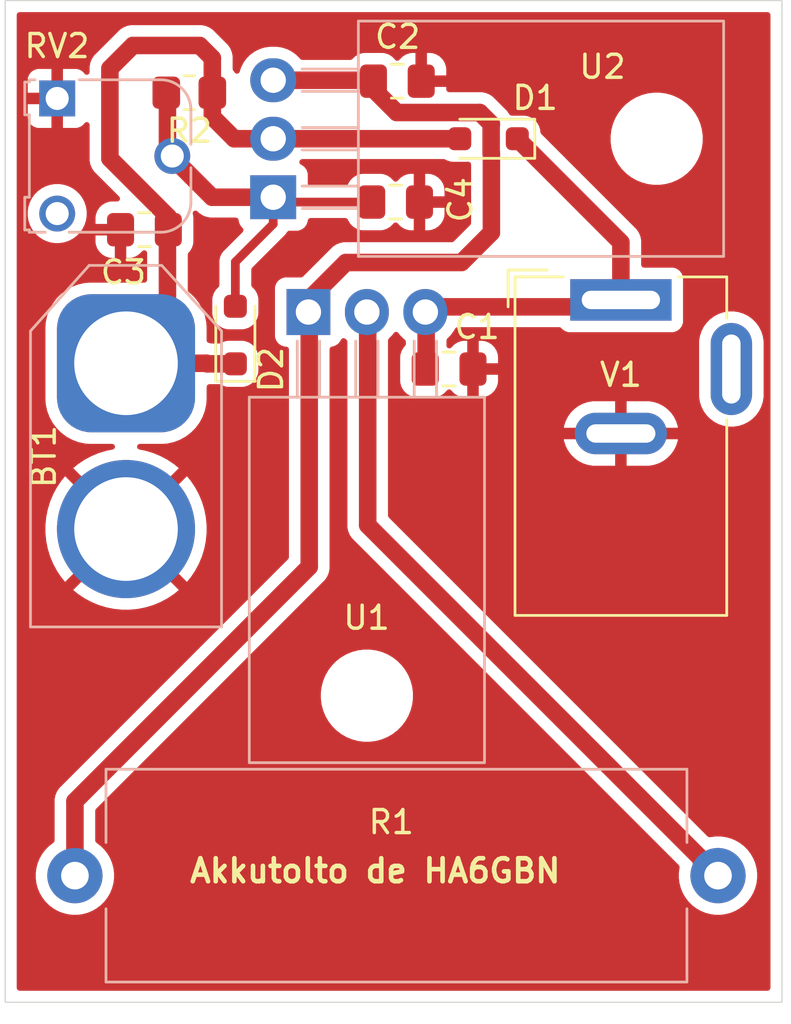
<source format=kicad_pcb>
(kicad_pcb (version 20241229) (generator "pcbnew") (generator_version "9.0")
  (layers (0 "F.Cu" signal) (2 "B.Cu" signal) (13 "F.Paste" user) (15 "B.Paste" user) (5 "F.SilkS" user "F.Silkscreen") (7 "B.SilkS" user "B.Silkscreen") (1 "F.Mask" user) (3 "B.Mask" user) (25 "Edge.Cuts" user))
  (net 0 "")
  (net 1 "/out")
  (net 2 "/GND")
  (net 3 "/in")
  (net 4 "/reg_cu")
  (net 5 "Net-(D2-A)")
  (net 6 "Net-(U1-VO)")
  (footprint "Diode_SMD:D_SOD-323_HandSoldering" (layer "F.Cu") (at 100.25 82.525 90)
    (property "Reference" "D2" (at -1.5 1.55 90) (layer "F.SilkS"))
    (property "Value" "D")
    (fp_line (start -2.01 -0.85) (end 1.25 -0.85) (stroke (width 0.12)) (layer "F.SilkS"))
    (fp_line (start -2.01 -0.85) (end -2.01 0.85) (stroke (width 0.12)) (layer "F.SilkS"))
    (fp_line (start -2.01 0.85) (end 1.25 0.85) (stroke (width 0.12)) (layer "F.SilkS"))
    (pad "1" smd roundrect (at -1.25 0 90) (size 1 1) (layers "F.Cu" "F.Mask" "F.Paste") (net 1 "/out"))
    (pad "2" smd roundrect (at 1.25 0 90) (size 1 1) (layers "F.Cu" "F.Mask" "F.Paste") (net 5 "Net-(D2-A)"))
  )
  (footprint "Connector_BarrelJack:BarrelJack_Wuerth_6941xx301002" (layer "F.Cu") (at 117 81)
    (property "Reference" "V1" (at 0 3.25 0) (layer "F.SilkS"))
    (property "Value" "20")
    (fp_line (start -4.9 -1.3) (end -4.9 0.3) (stroke (width 0.12)) (layer "F.SilkS"))
    (fp_line (start -4.6 -1) (end -2.5 -1) (stroke (width 0.12)) (layer "F.SilkS"))
    (fp_line (start -4.6 13.7) (end -4.6 -1) (stroke (width 0.12)) (layer "F.SilkS"))
    (fp_line (start -3.2 -1.3) (end -4.9 -1.3) (stroke (width 0.12)) (layer "F.SilkS"))
    (fp_line (start 2.5 -1) (end 4.6 -1) (stroke (width 0.12)) (layer "F.SilkS"))
    (fp_line (start 4.6 -1) (end 4.6 0.8) (stroke (width 0.12)) (layer "F.SilkS"))
    (fp_line (start 4.6 5.2) (end 4.6 13.7) (stroke (width 0.12)) (layer "F.SilkS"))
    (fp_line (start 4.6 13.7) (end -4.6 13.7) (stroke (width 0.12)) (layer "F.SilkS"))
    (pad "1" thru_hole rect (at 0 0) (size 4.4 1.8) (drill oval 3.4 0.8) (layers "*.Cu" "*.Mask") (net 3 "/in"))
    (pad "2" thru_hole oval (at 0 5.8) (size 4 1.8) (drill oval 3 0.8) (layers "*.Cu" "*.Mask") (net 2 "/GND"))
    (pad "3" thru_hole oval (at 4.8 3 90) (size 4 1.8) (drill oval 3 0.8) (layers "*.Cu" "*.Mask"))
  )
  (footprint "Diode_SMD:D_SOD-323_HandSoldering" (layer "F.Cu") (at 111.25 74 180)
    (property "Reference" "D1" (at -2.025 1.775 0) (layer "F.SilkS"))
    (property "Value" "D")
    (fp_line (start -2.01 0.85) (end 1.25 0.85) (stroke (width 0.12)) (layer "F.SilkS"))
    (fp_line (start -2.01 -0.85) (end 1.25 -0.85) (stroke (width 0.12)) (layer "F.SilkS"))
    (fp_line (start -2.01 -0.85) (end -2.01 0.85) (stroke (width 0.12)) (layer "F.SilkS"))
    (pad "1" smd roundrect (at -1.25 0 180) (size 1 1) (layers "F.Cu" "F.Mask" "F.Paste") (net 3 "/in"))
    (pad "2" smd roundrect (at 1.25 0 180) (size 1 1) (layers "F.Cu" "F.Mask" "F.Paste") (net 1 "/out"))
  )
  (footprint "Resistor_SMD:R_0805_2012Metric_Pad1.20x1.40mm_HandSolder" (layer "F.Cu") (at 98.25 72 180)
    (property "Reference" "R2" (at 0 -1.65 0) (layer "F.SilkS"))
    (property "Value" "R")
    (fp_line (start -0.227064 0.735) (end 0.227064 0.735) (stroke (width 0.12)) (layer "F.SilkS"))
    (fp_line (start -0.227064 -0.735) (end 0.227064 -0.735) (stroke (width 0.12)) (layer "F.SilkS"))
    (pad "1" smd roundrect (at -1 0 180) (size 1.2 1.4) (layers "F.Cu" "F.Mask" "F.Paste") (roundrect_rratio 0.208333) (net 1 "/out"))
    (pad "2" smd roundrect (at 1 0 180) (size 1.2 1.4) (layers "F.Cu" "F.Mask" "F.Paste") (roundrect_rratio 0.208333) (net 5 "Net-(D2-A)"))
  )
  (footprint "Capacitor_SMD:C_0805_2012Metric_Pad1.18x1.45mm_HandSolder" (layer "F.Cu") (at 107.2125 76.75)
    (property "Reference" "C4" (at 2.8125 -0.1 90) (layer "F.SilkS"))
    (property "Value" "1u")
    (fp_line (start -0.261252 -0.735) (end 0.261252 -0.735) (stroke (width 0.12)) (layer "F.SilkS"))
    (fp_line (start -0.261252 0.735) (end 0.261252 0.735) (stroke (width 0.12)) (layer "F.SilkS"))
    (pad "1" smd roundrect (at -1.0375 0) (size 1.175 1.45) (layers "F.Cu" "F.Mask" "F.Paste") (roundrect_rratio 0.212766) (net 5 "Net-(D2-A)"))
    (pad "2" smd roundrect (at 1.0375 0) (size 1.175 1.45) (layers "F.Cu" "F.Mask" "F.Paste") (roundrect_rratio 0.212766) (net 2 "/GND"))
  )
  (footprint "Capacitor_SMD:C_0805_2012Metric_Pad1.18x1.45mm_HandSolder" (layer "F.Cu") (at 96.3 77.95 180)
    (property "Reference" "C3" (at 0.9125 -1.85 0) (layer "F.SilkS"))
    (property "Value" "1u")
    (fp_line (start -0.261252 0.735) (end 0.261252 0.735) (stroke (width 0.12)) (layer "F.SilkS"))
    (fp_line (start -0.261252 -0.735) (end 0.261252 -0.735) (stroke (width 0.12)) (layer "F.SilkS"))
    (pad "1" smd roundrect (at -1.0375 0 180) (size 1.175 1.45) (layers "F.Cu" "F.Mask" "F.Paste") (roundrect_rratio 0.212766) (net 1 "/out"))
    (pad "2" smd roundrect (at 1.0375 0 180) (size 1.175 1.45) (layers "F.Cu" "F.Mask" "F.Paste") (roundrect_rratio 0.212766) (net 2 "/GND"))
  )
  (footprint "Capacitor_SMD:C_0805_2012Metric_Pad1.18x1.45mm_HandSolder" (layer "F.Cu") (at 109.5375 84)
    (property "Reference" "C1" (at 1.2125 -1.825 0) (layer "F.SilkS"))
    (property "Value" "1u")
    (fp_line (start -0.261252 -0.735) (end 0.261252 -0.735) (stroke (width 0.12)) (layer "F.SilkS"))
    (fp_line (start -0.261252 0.735) (end 0.261252 0.735) (stroke (width 0.12)) (layer "F.SilkS"))
    (pad "1" smd roundrect (at -1.0375 0) (size 1.175 1.45) (layers "F.Cu" "F.Mask" "F.Paste") (roundrect_rratio 0.212766) (net 3 "/in"))
    (pad "2" smd roundrect (at 1.0375 0) (size 1.175 1.45) (layers "F.Cu" "F.Mask" "F.Paste") (roundrect_rratio 0.212766) (net 2 "/GND"))
  )
  (footprint "Capacitor_SMD:C_0805_2012Metric_Pad1.18x1.45mm_HandSolder" (layer "F.Cu") (at 107.2875 71.5)
    (property "Reference" "C2" (at 0.0125 -1.925 0) (layer "F.SilkS"))
    (property "Value" "1u")
    (fp_line (start -0.261252 -0.735) (end 0.261252 -0.735) (stroke (width 0.12)) (layer "F.SilkS"))
    (fp_line (start -0.261252 0.735) (end 0.261252 0.735) (stroke (width 0.12)) (layer "F.SilkS"))
    (pad "1" smd roundrect (at -1.0375 0) (size 1.175 1.45) (layers "F.Cu" "F.Mask" "F.Paste") (roundrect_rratio 0.212766) (net 4 "/reg_cu"))
    (pad "2" smd roundrect (at 1.0375 0) (size 1.175 1.45) (layers "F.Cu" "F.Mask" "F.Paste") (roundrect_rratio 0.212766) (net 2 "/GND"))
  )
  (footprint "Connector_AMASS:AMASS_XT60-M_1x02_P7.20mm_Vertical" (layer "B.Cu") (at 95.5 83.75 -90)
    (property "Reference" "BT1" (at 4.05 3.575 270) (layer "F.SilkS"))
    (property "Value" "Battery")
    (fp_line (start -1.4 4.15) (end -4.25 1.6) (stroke (width 0.12)) (layer "B.SilkS"))
    (fp_line (start 11.45 4.15) (end -1.4 4.15) (stroke (width 0.12)) (layer "B.SilkS"))
    (fp_line (start -4.25 1.6) (end -4.25 -1.55) (stroke (width 0.12)) (layer "B.SilkS"))
    (fp_line (start -4.25 -1.55) (end -1.4 -4.15) (stroke (width 0.12)) (layer "B.SilkS"))
    (fp_line (start -1.4 -4.15) (end 11.45 -4.15) (stroke (width 0.12)) (layer "B.SilkS"))
    (fp_line (start 11.45 -4.15) (end 11.45 4.15) (stroke (width 0.12)) (layer "B.SilkS"))
    (pad "1" thru_hole roundrect (at 0 0 270) (size 6 6) (drill 4.5) (layers "*.Cu" "*.Mask") (net 1 "/out"))
    (pad "2" thru_hole circle (at 7.2 0 270) (size 6 6) (drill 4.5) (layers "*.Cu" "*.Mask") (net 2 "/GND"))
  )
  (footprint "Package_TO_SOT_THT:TO-220-3_Horizontal_TabDown" (layer "B.Cu") (at 101.895 76.54 90)
    (property "Reference" "U2" (at 5.665 14.305 0) (layer "F.SilkS"))
    (property "Value" "LM317_TO-220")
    (fp_line (start 7.65 3.7) (end 7.65 19.57) (stroke (width 0.12)) (layer "B.SilkS"))
    (fp_line (start 5.565 3.7) (end 5.565 1.26) (stroke (width 0.12)) (layer "B.SilkS"))
    (fp_line (start 4.595 3.7) (end 4.595 1.26) (stroke (width 0.12)) (layer "B.SilkS"))
    (fp_line (start 3.025 3.7) (end 3.025 1.26) (stroke (width 0.12)) (layer "B.SilkS"))
    (fp_line (start 2.055 3.7) (end 2.055 1.26) (stroke (width 0.12)) (layer "B.SilkS"))
    (fp_line (start 0.485 3.7) (end 0.485 1.26) (stroke (width 0.12)) (layer "B.SilkS"))
    (fp_line (start -0.485 3.7) (end -0.485 1.26) (stroke (width 0.12)) (layer "B.SilkS"))
    (fp_line (start -2.57 3.7) (end 7.65 3.7) (stroke (width 0.12)) (layer "B.SilkS"))
    (fp_line (start -2.57 3.7) (end -2.57 19.57) (stroke (width 0.12)) (layer "B.SilkS"))
    (fp_line (start -2.57 19.57) (end 7.65 19.57) (stroke (width 0.12)) (layer "B.SilkS"))
    (pad "" np_thru_hole circle (at 2.54 16.66 90) (size 3.5 3.5) (drill 3.5) (layers "*.Cu" "*.Mask"))
    (pad "1" thru_hole rect (at 0 0 90) (size 1.905 2) (drill 1.1) (layers "*.Cu" "*.Mask") (net 5 "Net-(D2-A)"))
    (pad "2" thru_hole oval (at 2.54 0 90) (size 1.905 2) (drill 1.1) (layers "*.Cu" "*.Mask") (net 1 "/out"))
    (pad "3" thru_hole oval (at 5.08 0 90) (size 1.905 2) (drill 1.1) (layers "*.Cu" "*.Mask") (net 4 "/reg_cu"))
  )
  (footprint "Resistor_THT:R_Axial_Power_L25.0mm_W9.0mm_P27.94mm" (layer "B.Cu") (at 121.22 106 180)
    (property "Reference" "R1" (at 14.195 2.325 0) (layer "F.SilkS"))
    (property "Value" "R")
    (fp_line (start 26.59 4.62) (end 26.59 1.44) (stroke (width 0.12)) (layer "B.SilkS"))
    (fp_line (start 26.59 -4.62) (end 26.59 -1.44) (stroke (width 0.12)) (layer "B.SilkS"))
    (fp_line (start 1.35 4.62) (end 26.59 4.62) (stroke (width 0.12)) (layer "B.SilkS"))
    (fp_line (start 1.35 1.44) (end 1.35 4.62) (stroke (width 0.12)) (layer "B.SilkS"))
    (fp_line (start 1.35 -1.44) (end 1.35 -4.62) (stroke (width 0.12)) (layer "B.SilkS"))
    (fp_line (start 1.35 -4.62) (end 26.59 -4.62) (stroke (width 0.12)) (layer "B.SilkS"))
    (pad "1" thru_hole circle (at 0 0 180) (size 2.4 2.4) (drill 1.2) (layers "*.Cu" "*.Mask") (net 6 "Net-(U1-VO)"))
    (pad "2" thru_hole circle (at 27.94 0 180) (size 2.4 2.4) (drill 1.2) (layers "*.Cu" "*.Mask") (net 4 "/reg_cu"))
  )
  (footprint "Package_TO_SOT_THT:TO-220-3_Horizontal_TabDown" (layer "B.Cu") (at 103.425 81.525)
    (property "Reference" "U1" (at 2.525 13.275 0) (layer "F.SilkS"))
    (property "Value" "LM317_TO-220")
    (fp_line (start -2.57 3.7) (end -2.57 19.57) (stroke (width 0.12)) (layer "B.SilkS"))
    (fp_line (start -2.57 3.7) (end 7.65 3.7) (stroke (width 0.12)) (layer "B.SilkS"))
    (fp_line (start -2.57 19.57) (end 7.65 19.57) (stroke (width 0.12)) (layer "B.SilkS"))
    (fp_line (start -0.485 3.7) (end -0.485 1.26) (stroke (width 0.12)) (layer "B.SilkS"))
    (fp_line (start 0.485 3.7) (end 0.485 1.26) (stroke (width 0.12)) (layer "B.SilkS"))
    (fp_line (start 2.055 3.7) (end 2.055 1.26) (stroke (width 0.12)) (layer "B.SilkS"))
    (fp_line (start 3.025 3.7) (end 3.025 1.26) (stroke (width 0.12)) (layer "B.SilkS"))
    (fp_line (start 4.595 3.7) (end 4.595 1.26) (stroke (width 0.12)) (layer "B.SilkS"))
    (fp_line (start 5.565 3.7) (end 5.565 1.26) (stroke (width 0.12)) (layer "B.SilkS"))
    (fp_line (start 7.65 3.7) (end 7.65 19.57) (stroke (width 0.12)) (layer "B.SilkS"))
    (pad "" np_thru_hole circle (at 2.54 16.66) (size 3.5 3.5) (drill 3.5) (layers "*.Cu" "*.Mask"))
    (pad "1" thru_hole rect (at 0 0) (size 1.905 2) (drill 1.1) (layers "*.Cu" "*.Mask") (net 4 "/reg_cu"))
    (pad "2" thru_hole oval (at 2.54 0) (size 1.905 2) (drill 1.1) (layers "*.Cu" "*.Mask") (net 6 "Net-(U1-VO)"))
    (pad "3" thru_hole oval (at 5.08 0) (size 1.905 2) (drill 1.1) (layers "*.Cu" "*.Mask") (net 3 "/in"))
  )
  (footprint "Potentiometer_THT:Potentiometer_Runtron_RM-065_Vertical" (layer "B.Cu") (at 92.51 72.25 -90)
    (property "Reference" "RV2" (at -2.275 0.01 180) (layer "F.SilkS"))
    (property "Value" "10k")
    (fp_line (start -0.71 1.41) (end 0.71 1.41) (stroke (width 0.12)) (layer "B.SilkS"))
    (fp_line (start -0.71 1.41) (end -0.71 1.21) (stroke (width 0.12)) (layer "B.SilkS"))
    (fp_line (start 4.29 1.41) (end 5.71 1.41) (stroke (width 0.12)) (layer "B.SilkS"))
    (fp_line (start 5.71 1.41) (end 5.71 1.21) (stroke (width 0.12)) (layer "B.SilkS"))
    (fp_line (start -0.81 1.21) (end -0.81 0.96) (stroke (width 0.12)) (layer "B.SilkS"))
    (fp_line (start -0.71 1.21) (end -0.81 1.21) (stroke (width 0.12)) (layer "B.SilkS"))
    (fp_line (start 0.71 1.21) (end 0.71 1.41) (stroke (width 0.12)) (layer "B.SilkS"))
    (fp_line (start 0.71 1.21) (end 4.29 1.21) (stroke (width 0.12)) (layer "B.SilkS"))
    (fp_line (start 4.29 1.21) (end 4.29 1.41) (stroke (width 0.12)) (layer "B.SilkS"))
    (fp_line (start 5.71 1.21) (end 5.81 1.21) (stroke (width 0.12)) (layer "B.SilkS"))
    (fp_line (start 5.81 1.21) (end 5.81 0.52) (stroke (width 0.12)) (layer "B.SilkS"))
    (fp_line (start 5.81 -0.52) (end 5.81 -4.5) (stroke (width 0.12)) (layer "B.SilkS"))
    (fp_line (start -0.81 -4.5) (end -0.81 -0.96) (stroke (width 0.12)) (layer "B.SilkS"))
    (fp_line (start 1.99 -5.81) (end 0.5 -5.81) (stroke (width 0.12)) (layer "B.SilkS"))
    (fp_line (start 4.5 -5.81) (end 3.01 -5.81) (stroke (width 0.12)) (layer "B.SilkS"))
    (fp_arc (start -0.81 -4.5) (mid -0.42631 -5.42631) (end 0.5 -5.81) (stroke (width 0.12)) (layer "B.SilkS"))
    (fp_arc (start 4.5 -5.81) (mid 5.42631 -5.42631) (end 5.81 -4.5) (stroke (width 0.12)) (layer "B.SilkS"))
    (pad "1" thru_hole rect (at 0 0 270) (size 1.56 1.56) (drill 1) (layers "*.Cu" "*.Mask") (net 2 "/GND"))
    (pad "2" thru_hole circle (at 2.5 -5 270) (size 1.56 1.56) (drill 1) (layers "*.Cu" "*.Mask") (net 5 "Net-(D2-A)"))
    (pad "3" thru_hole circle (at 5 0 270) (size 1.56 1.56) (drill 1) (layers "*.Cu" "*.Mask"))
  )
  (gr_rect (start 90.25 68) (end 124 111.5) (stroke (width 0.05)) (fill no) (layer "Edge.Cuts"))
  (gr_text "Akkutolto de HA6GBN" (at 98.171 105.791 0) (layer "F.SilkS") (effects (font (size 1 1) (thickness 0.2) (bold yes)) (justify left)))
  (segment (start 101.895 74) (end 110 74) (width 0.762) (layer "F.Cu") (net 1))
  (segment (start 97.3 81.95) (end 97.3 77.9875) (width 0.762) (layer "F.Cu") (net 1))
  (segment (start 99.025 83.775) (end 100.25 83.775) (width 0.762) (layer "F.Cu") (net 1))
  (segment (start 97.3375 77.3985) (end 94.8 74.861) (width 0.762) (layer "F.Cu") (net 1))
  (segment (start 97.3 77.9875) (end 97.3375 77.95) (width 0.762) (layer "F.Cu") (net 1))
  (segment (start 94.8 70.95) (end 95.8 69.95) (width 0.762) (layer "F.Cu") (net 1))
  (segment (start 99 83.75) (end 99.025 83.775) (width 0.762) (layer "F.Cu") (net 1))
  (segment (start 95.5 83.75) (end 97.3 81.95) (width 0.762) (layer "F.Cu") (net 1))
  (segment (start 94.8 74.861) (end 94.8 70.95) (width 0.762) (layer "F.Cu") (net 1))
  (segment (start 95.8 69.95) (end 98.7 69.95) (width 0.762) (layer "F.Cu") (net 1))
  (segment (start 98.7 69.95) (end 99.25 70.5) (width 0.762) (layer "F.Cu") (net 1))
  (segment (start 97.3375 77.95) (end 97.3375 77.3985) (width 0.762) (layer "F.Cu") (net 1))
  (segment (start 99.25 70.5) (end 99.25 72) (width 0.762) (layer "F.Cu") (net 1))
  (segment (start 95.5 83.75) (end 99 83.75) (width 0.762) (layer "F.Cu") (net 1))
  (segment (start 100.2 74) (end 101.895 74) (width 0.762) (layer "F.Cu") (net 1))
  (segment (start 99.25 73.05) (end 100.2 74) (width 0.762) (layer "F.Cu") (net 1))
  (segment (start 99.25 72) (end 99.25 73.05) (width 0.762) (layer "F.Cu") (net 1))
  (segment (start 108.54 81.3) (end 108.505 81.265) (width 0.762) (layer "F.Cu") (net 3))
  (segment (start 117 81) (end 116.7 81.3) (width 0.762) (layer "F.Cu") (net 3))
  (segment (start 117 78.5) (end 112.5 74) (width 0.762) (layer "F.Cu") (net 3))
  (segment (start 108.54 81.56) (end 108.54 83.865) (width 0.762) (layer "F.Cu") (net 3))
  (segment (start 108.505 81.265) (end 108.505 81.525) (width 0.762) (layer "F.Cu") (net 3))
  (segment (start 108.54 83.865) (end 108.675 84) (width 0.762) (layer "F.Cu") (net 3))
  (segment (start 116.7 81.3) (end 108.54 81.3) (width 0.762) (layer "F.Cu") (net 3))
  (segment (start 117 81) (end 117 78.5) (width 0.762) (layer "F.Cu") (net 3))
  (segment (start 108.505 81.525) (end 108.54 81.56) (width 0.762) (layer "F.Cu") (net 3))
  (segment (start 111.364 73.37608) (end 111.364 74.62392) (width 0.762) (layer "F.Cu") (net 4))
  (segment (start 111.375 74.63492) (end 111.375 78.075) (width 0.762) (layer "F.Cu") (net 4))
  (segment (start 103.655 80.77) (end 103.655 81.295) (width 0.762) (layer "F.Cu") (net 4))
  (segment (start 105.05 79.375) (end 103.655 80.77) (width 0.762) (layer "F.Cu") (net 4))
  (segment (start 103.46 81.56) (end 103.46 92.59) (width 0.762) (layer "F.Cu") (net 4))
  (segment (start 103.425 81.525) (end 103.46 81.56) (width 0.762) (layer "F.Cu") (net 4))
  (segment (start 106.21 71.46) (end 106.25 71.5) (width 0.762) (layer "F.Cu") (net 4))
  (segment (start 106.25 71.85) (end 107.261 72.861) (width 0.762) (layer "F.Cu") (net 4))
  (segment (start 106.25 71.5) (end 106.25 71.85) (width 0.762) (layer "F.Cu") (net 4))
  (segment (start 111.375 73.36508) (end 111.364 73.37608) (width 0.762) (layer "F.Cu") (net 4))
  (segment (start 101.895 71.46) (end 106.21 71.46) (width 0.762) (layer "F.Cu") (net 4))
  (segment (start 110.075 79.375) (end 105.05 79.375) (width 0.762) (layer "F.Cu") (net 4))
  (segment (start 107.261 72.861) (end 110.87092 72.861) (width 0.762) (layer "F.Cu") (net 4))
  (segment (start 111.375 78.075) (end 110.075 79.375) (width 0.762) (layer "F.Cu") (net 4))
  (segment (start 111.364 74.62392) (end 111.375 74.63492) (width 0.762) (layer "F.Cu") (net 4))
  (segment (start 103.46 92.59) (end 93.28 102.77) (width 0.762) (layer "F.Cu") (net 4))
  (segment (start 110.87092 72.861) (end 111.375 73.36508) (width 0.762) (layer "F.Cu") (net 4))
  (segment (start 103.655 81.295) (end 103.425 81.525) (width 0.762) (layer "F.Cu") (net 4))
  (segment (start 93.28 102.77) (end 93.28 106) (width 0.762) (layer "F.Cu") (net 4))
  (segment (start 100.25 79.35) (end 101.895 77.705) (width 0.381) (layer "F.Cu") (net 5))
  (segment (start 97.51 74.75) (end 97.3 74.54) (width 0.762) (layer "F.Cu") (net 5))
  (segment (start 100.25 81.275) (end 100.25 79.35) (width 0.381) (layer "F.Cu") (net 5))
  (segment (start 106.175 76.75) (end 102.105 76.75) (width 0.381) (layer "F.Cu") (net 5))
  (segment (start 101.895 77.705) (end 101.895 76.54) (width 0.381) (layer "F.Cu") (net 5))
  (segment (start 99.24 76.54) (end 97.51 74.81) (width 0.762) (layer "F.Cu") (net 5))
  (segment (start 97.3 74.54) (end 97.3 72.05) (width 0.762) (layer "F.Cu") (net 5))
  (segment (start 97.51 74.81) (end 97.51 74.75) (width 0.762) (layer "F.Cu") (net 5))
  (segment (start 102.105 76.75) (end 101.895 76.54) (width 0.381) (layer "F.Cu") (net 5))
  (segment (start 101.895 76.54) (end 99.24 76.54) (width 0.762) (layer "F.Cu") (net 5))
  (segment (start 97.3 72.05) (end 97.25 72) (width 0.762) (layer "F.Cu") (net 5))
  (segment (start 105.965 81.525) (end 106 81.56) (width 0.762) (layer "F.Cu") (net 6))
  (segment (start 106 90.78) (end 120.5 105.28) (width 0.762) (layer "F.Cu") (net 6))
  (segment (start 106 81.56) (end 106 90.78) (width 0.762) (layer "F.Cu") (net 6))
  (segment (start 120.5 105.28) (end 120.5 106.25) (width 0.762) (layer "F.Cu") (net 6))
  (zone (net 2) (net_name "/GND") (layer "F.Cu") (connect_pads (clearance 0.5)) (min_thickness 0.25) (fill yes (thermal_gap 0.5) (thermal_bridge_width 0.5))
    (polygon (pts (xy 123.95 68.075) (xy 124.4 111.7) (xy 90.025 111.8) (xy 90.1 68.05)))
  )
)
</source>
